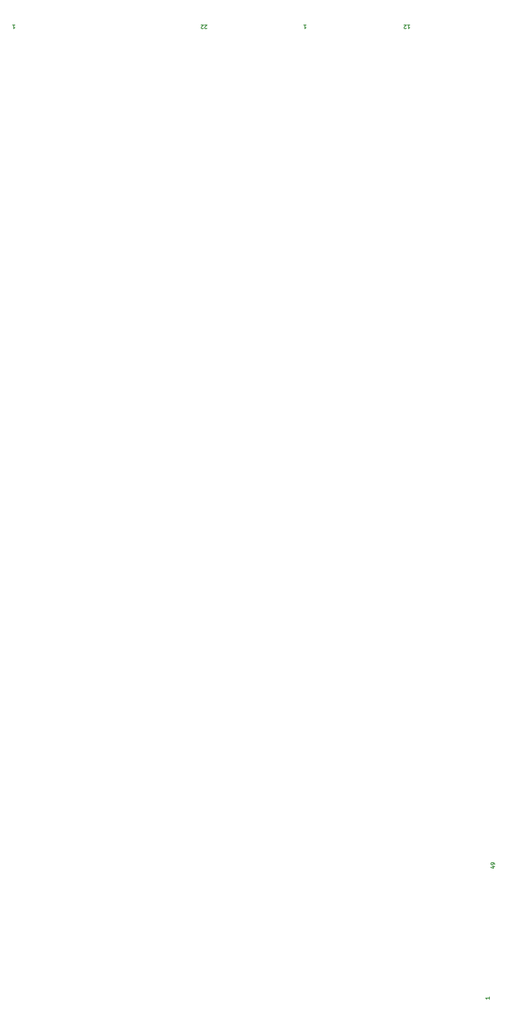
<source format=gbr>
%TF.GenerationSoftware,KiCad,Pcbnew,(6.0.1)*%
%TF.CreationDate,2022-02-08T00:07:30-07:00*%
%TF.ProjectId,atari_gravitar_black_widow,61746172-695f-4677-9261-76697461725f,rev?*%
%TF.SameCoordinates,Original*%
%TF.FileFunction,Legend,Bot*%
%TF.FilePolarity,Positive*%
%FSLAX46Y46*%
G04 Gerber Fmt 4.6, Leading zero omitted, Abs format (unit mm)*
G04 Created by KiCad (PCBNEW (6.0.1)) date 2022-02-08 00:07:30*
%MOMM*%
%LPD*%
G01*
G04 APERTURE LIST*
%ADD10C,0.444500*%
G04 APERTURE END LIST*
D10*
X176614666Y-35348333D02*
X176530000Y-35433000D01*
X176360666Y-35517666D01*
X175937333Y-35517666D01*
X175768000Y-35433000D01*
X175683333Y-35348333D01*
X175598666Y-35179000D01*
X175598666Y-35009666D01*
X175683333Y-34755666D01*
X176699333Y-33739666D01*
X175598666Y-33739666D01*
X174921333Y-35348333D02*
X174836666Y-35433000D01*
X174667333Y-35517666D01*
X174244000Y-35517666D01*
X174074666Y-35433000D01*
X173990000Y-35348333D01*
X173905333Y-35179000D01*
X173905333Y-35009666D01*
X173990000Y-34755666D01*
X175006000Y-33739666D01*
X173905333Y-33739666D01*
X313224333Y-502920000D02*
X313224333Y-503936000D01*
X313224333Y-503428000D02*
X311446333Y-503428000D01*
X311700333Y-503597333D01*
X311869666Y-503766666D01*
X311954333Y-503936000D01*
X223520000Y-33739666D02*
X224536000Y-33739666D01*
X224028000Y-33739666D02*
X224028000Y-35517666D01*
X224197333Y-35263666D01*
X224366666Y-35094333D01*
X224536000Y-35009666D01*
X314579000Y-439928000D02*
X315764333Y-439928000D01*
X313901666Y-440351333D02*
X315171666Y-440774666D01*
X315171666Y-439674000D01*
X315764333Y-438912000D02*
X315764333Y-438573333D01*
X315679666Y-438404000D01*
X315595000Y-438319333D01*
X315341000Y-438150000D01*
X315002333Y-438065333D01*
X314325000Y-438065333D01*
X314155666Y-438150000D01*
X314071000Y-438234666D01*
X313986333Y-438404000D01*
X313986333Y-438742666D01*
X314071000Y-438912000D01*
X314155666Y-438996666D01*
X314325000Y-439081333D01*
X314748333Y-439081333D01*
X314917666Y-438996666D01*
X315002333Y-438912000D01*
X315087000Y-438742666D01*
X315087000Y-438404000D01*
X315002333Y-438234666D01*
X314917666Y-438150000D01*
X314748333Y-438065333D01*
X273642666Y-33739666D02*
X274658666Y-33739666D01*
X274150666Y-33739666D02*
X274150666Y-35517666D01*
X274320000Y-35263666D01*
X274489333Y-35094333D01*
X274658666Y-35009666D01*
X272965333Y-35348333D02*
X272880666Y-35433000D01*
X272711333Y-35517666D01*
X272288000Y-35517666D01*
X272118666Y-35433000D01*
X272034000Y-35348333D01*
X271949333Y-35179000D01*
X271949333Y-35009666D01*
X272034000Y-34755666D01*
X273050000Y-33739666D01*
X271949333Y-33739666D01*
X82804000Y-33739666D02*
X83820000Y-33739666D01*
X83312000Y-33739666D02*
X83312000Y-35517666D01*
X83481333Y-35263666D01*
X83650666Y-35094333D01*
X83820000Y-35009666D01*
M02*

</source>
